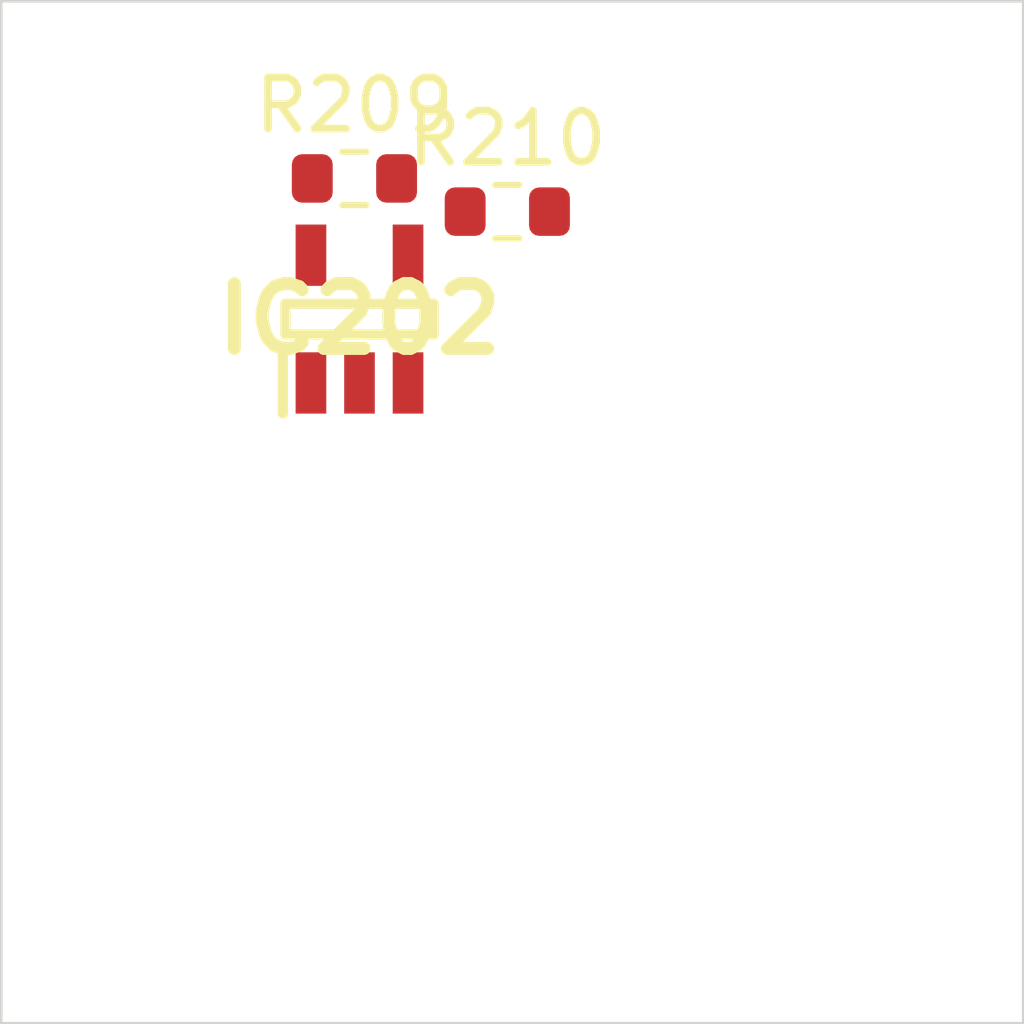
<source format=kicad_pcb>
 ( kicad_pcb  ( version 20171130 )
 ( host pcbnew 5.1.12-84ad8e8a86~92~ubuntu18.04.1 )
 ( general  ( thickness 1.6 )
 ( drawings 4 )
 ( tracks 0 )
 ( zones 0 )
 ( modules 3 )
 ( nets 5 )
)
 ( page A4 )
 ( layers  ( 0 F.Cu signal )
 ( 31 B.Cu signal )
 ( 32 B.Adhes user )
 ( 33 F.Adhes user )
 ( 34 B.Paste user )
 ( 35 F.Paste user )
 ( 36 B.SilkS user )
 ( 37 F.SilkS user )
 ( 38 B.Mask user )
 ( 39 F.Mask user )
 ( 40 Dwgs.User user )
 ( 41 Cmts.User user )
 ( 42 Eco1.User user )
 ( 43 Eco2.User user )
 ( 44 Edge.Cuts user )
 ( 45 Margin user )
 ( 46 B.CrtYd user )
 ( 47 F.CrtYd user )
 ( 48 B.Fab user )
 ( 49 F.Fab user )
)
 ( setup  ( last_trace_width 0.25 )
 ( trace_clearance 0.2 )
 ( zone_clearance 0.508 )
 ( zone_45_only no )
 ( trace_min 0.2 )
 ( via_size 0.8 )
 ( via_drill 0.4 )
 ( via_min_size 0.4 )
 ( via_min_drill 0.3 )
 ( uvia_size 0.3 )
 ( uvia_drill 0.1 )
 ( uvias_allowed no )
 ( uvia_min_size 0.2 )
 ( uvia_min_drill 0.1 )
 ( edge_width 0.05 )
 ( segment_width 0.2 )
 ( pcb_text_width 0.3 )
 ( pcb_text_size 1.5 1.5 )
 ( mod_edge_width 0.12 )
 ( mod_text_size 1 1 )
 ( mod_text_width 0.15 )
 ( pad_size 1.524 1.524 )
 ( pad_drill 0.762 )
 ( pad_to_mask_clearance 0 )
 ( aux_axis_origin 0 0 )
 ( visible_elements FFFFFF7F )
 ( pcbplotparams  ( layerselection 0x010fc_ffffffff )
 ( usegerberextensions false )
 ( usegerberattributes true )
 ( usegerberadvancedattributes true )
 ( creategerberjobfile true )
 ( excludeedgelayer true )
 ( linewidth 0.100000 )
 ( plotframeref false )
 ( viasonmask false )
 ( mode 1 )
 ( useauxorigin false )
 ( hpglpennumber 1 )
 ( hpglpenspeed 20 )
 ( hpglpendiameter 15.000000 )
 ( psnegative false )
 ( psa4output false )
 ( plotreference true )
 ( plotvalue true )
 ( plotinvisibletext false )
 ( padsonsilk false )
 ( subtractmaskfromsilk false )
 ( outputformat 1 )
 ( mirror false )
 ( drillshape 1 )
 ( scaleselection 1 )
 ( outputdirectory "" )
)
)
 ( net 0 "" )
 ( net 1 GND )
 ( net 2 VDDA )
 ( net 3 /Sheet6235D886/vp )
 ( net 4 "Net-(IC202-Pad3)" )
 ( net_class Default "This is the default net class."  ( clearance 0.2 )
 ( trace_width 0.25 )
 ( via_dia 0.8 )
 ( via_drill 0.4 )
 ( uvia_dia 0.3 )
 ( uvia_drill 0.1 )
 ( add_net /Sheet6235D886/vp )
 ( add_net GND )
 ( add_net "Net-(IC202-Pad3)" )
 ( add_net VDDA )
)
 ( module SOT95P280X145-5N locked  ( layer F.Cu )
 ( tedit 62336ED7 )
 ( tstamp 623423ED )
 ( at 87.010600 106.220000 90.000000 )
 ( descr DBV0005A )
 ( tags "Integrated Circuit" )
 ( path /6235D887/6266C08E )
 ( attr smd )
 ( fp_text reference IC202  ( at 0 0 )
 ( layer F.SilkS )
 ( effects  ( font  ( size 1.27 1.27 )
 ( thickness 0.254 )
)
)
)
 ( fp_text value TL071HIDBVR  ( at 0 0 )
 ( layer F.SilkS )
hide  ( effects  ( font  ( size 1.27 1.27 )
 ( thickness 0.254 )
)
)
)
 ( fp_line  ( start -1.85 -1.5 )
 ( end -0.65 -1.5 )
 ( layer F.SilkS )
 ( width 0.2 )
)
 ( fp_line  ( start -0.3 1.45 )
 ( end -0.3 -1.45 )
 ( layer F.SilkS )
 ( width 0.2 )
)
 ( fp_line  ( start 0.3 1.45 )
 ( end -0.3 1.45 )
 ( layer F.SilkS )
 ( width 0.2 )
)
 ( fp_line  ( start 0.3 -1.45 )
 ( end 0.3 1.45 )
 ( layer F.SilkS )
 ( width 0.2 )
)
 ( fp_line  ( start -0.3 -1.45 )
 ( end 0.3 -1.45 )
 ( layer F.SilkS )
 ( width 0.2 )
)
 ( fp_line  ( start -0.8 -0.5 )
 ( end 0.15 -1.45 )
 ( layer Dwgs.User )
 ( width 0.1 )
)
 ( fp_line  ( start -0.8 1.45 )
 ( end -0.8 -1.45 )
 ( layer Dwgs.User )
 ( width 0.1 )
)
 ( fp_line  ( start 0.8 1.45 )
 ( end -0.8 1.45 )
 ( layer Dwgs.User )
 ( width 0.1 )
)
 ( fp_line  ( start 0.8 -1.45 )
 ( end 0.8 1.45 )
 ( layer Dwgs.User )
 ( width 0.1 )
)
 ( fp_line  ( start -0.8 -1.45 )
 ( end 0.8 -1.45 )
 ( layer Dwgs.User )
 ( width 0.1 )
)
 ( fp_line  ( start -2.1 1.775 )
 ( end -2.1 -1.775 )
 ( layer Dwgs.User )
 ( width 0.05 )
)
 ( fp_line  ( start 2.1 1.775 )
 ( end -2.1 1.775 )
 ( layer Dwgs.User )
 ( width 0.05 )
)
 ( fp_line  ( start 2.1 -1.775 )
 ( end 2.1 1.775 )
 ( layer Dwgs.User )
 ( width 0.05 )
)
 ( fp_line  ( start -2.1 -1.775 )
 ( end 2.1 -1.775 )
 ( layer Dwgs.User )
 ( width 0.05 )
)
 ( pad 1 smd rect  ( at -1.25 -0.95 180.000000 )
 ( size 0.6 1.2 )
 ( layers F.Cu F.Mask F.Paste )
 ( net 3 /Sheet6235D886/vp )
)
 ( pad 2 smd rect  ( at -1.25 0 180.000000 )
 ( size 0.6 1.2 )
 ( layers F.Cu F.Mask F.Paste )
 ( net 1 GND )
)
 ( pad 3 smd rect  ( at -1.25 0.95 180.000000 )
 ( size 0.6 1.2 )
 ( layers F.Cu F.Mask F.Paste )
 ( net 4 "Net-(IC202-Pad3)" )
)
 ( pad 4 smd rect  ( at 1.25 0.95 180.000000 )
 ( size 0.6 1.2 )
 ( layers F.Cu F.Mask F.Paste )
 ( net 3 /Sheet6235D886/vp )
)
 ( pad 5 smd rect  ( at 1.25 -0.95 180.000000 )
 ( size 0.6 1.2 )
 ( layers F.Cu F.Mask F.Paste )
 ( net 2 VDDA )
)
)
 ( module Resistor_SMD:R_0603_1608Metric  ( layer F.Cu )
 ( tedit 5F68FEEE )
 ( tstamp 62342595 )
 ( at 86.911600 103.467000 )
 ( descr "Resistor SMD 0603 (1608 Metric), square (rectangular) end terminal, IPC_7351 nominal, (Body size source: IPC-SM-782 page 72, https://www.pcb-3d.com/wordpress/wp-content/uploads/ipc-sm-782a_amendment_1_and_2.pdf), generated with kicad-footprint-generator" )
 ( tags resistor )
 ( path /6235D887/623CDBD9 )
 ( attr smd )
 ( fp_text reference R209  ( at 0 -1.43 )
 ( layer F.SilkS )
 ( effects  ( font  ( size 1 1 )
 ( thickness 0.15 )
)
)
)
 ( fp_text value 100k  ( at 0 1.43 )
 ( layer F.Fab )
 ( effects  ( font  ( size 1 1 )
 ( thickness 0.15 )
)
)
)
 ( fp_line  ( start -0.8 0.4125 )
 ( end -0.8 -0.4125 )
 ( layer F.Fab )
 ( width 0.1 )
)
 ( fp_line  ( start -0.8 -0.4125 )
 ( end 0.8 -0.4125 )
 ( layer F.Fab )
 ( width 0.1 )
)
 ( fp_line  ( start 0.8 -0.4125 )
 ( end 0.8 0.4125 )
 ( layer F.Fab )
 ( width 0.1 )
)
 ( fp_line  ( start 0.8 0.4125 )
 ( end -0.8 0.4125 )
 ( layer F.Fab )
 ( width 0.1 )
)
 ( fp_line  ( start -0.237258 -0.5225 )
 ( end 0.237258 -0.5225 )
 ( layer F.SilkS )
 ( width 0.12 )
)
 ( fp_line  ( start -0.237258 0.5225 )
 ( end 0.237258 0.5225 )
 ( layer F.SilkS )
 ( width 0.12 )
)
 ( fp_line  ( start -1.48 0.73 )
 ( end -1.48 -0.73 )
 ( layer F.CrtYd )
 ( width 0.05 )
)
 ( fp_line  ( start -1.48 -0.73 )
 ( end 1.48 -0.73 )
 ( layer F.CrtYd )
 ( width 0.05 )
)
 ( fp_line  ( start 1.48 -0.73 )
 ( end 1.48 0.73 )
 ( layer F.CrtYd )
 ( width 0.05 )
)
 ( fp_line  ( start 1.48 0.73 )
 ( end -1.48 0.73 )
 ( layer F.CrtYd )
 ( width 0.05 )
)
 ( fp_text user %R  ( at 0 0 )
 ( layer F.Fab )
 ( effects  ( font  ( size 0.4 0.4 )
 ( thickness 0.06 )
)
)
)
 ( pad 1 smd roundrect  ( at -0.825 0 )
 ( size 0.8 0.95 )
 ( layers F.Cu F.Mask F.Paste )
 ( roundrect_rratio 0.25 )
 ( net 2 VDDA )
)
 ( pad 2 smd roundrect  ( at 0.825 0 )
 ( size 0.8 0.95 )
 ( layers F.Cu F.Mask F.Paste )
 ( roundrect_rratio 0.25 )
 ( net 4 "Net-(IC202-Pad3)" )
)
 ( model ${KISYS3DMOD}/Resistor_SMD.3dshapes/R_0603_1608Metric.wrl  ( at  ( xyz 0 0 0 )
)
 ( scale  ( xyz 1 1 1 )
)
 ( rotate  ( xyz 0 0 0 )
)
)
)
 ( module Resistor_SMD:R_0603_1608Metric  ( layer F.Cu )
 ( tedit 5F68FEEE )
 ( tstamp 623425A6 )
 ( at 89.903600 104.117000 )
 ( descr "Resistor SMD 0603 (1608 Metric), square (rectangular) end terminal, IPC_7351 nominal, (Body size source: IPC-SM-782 page 72, https://www.pcb-3d.com/wordpress/wp-content/uploads/ipc-sm-782a_amendment_1_and_2.pdf), generated with kicad-footprint-generator" )
 ( tags resistor )
 ( path /6235D887/623CDBDF )
 ( attr smd )
 ( fp_text reference R210  ( at 0 -1.43 )
 ( layer F.SilkS )
 ( effects  ( font  ( size 1 1 )
 ( thickness 0.15 )
)
)
)
 ( fp_text value 100k  ( at 0 1.43 )
 ( layer F.Fab )
 ( effects  ( font  ( size 1 1 )
 ( thickness 0.15 )
)
)
)
 ( fp_line  ( start 1.48 0.73 )
 ( end -1.48 0.73 )
 ( layer F.CrtYd )
 ( width 0.05 )
)
 ( fp_line  ( start 1.48 -0.73 )
 ( end 1.48 0.73 )
 ( layer F.CrtYd )
 ( width 0.05 )
)
 ( fp_line  ( start -1.48 -0.73 )
 ( end 1.48 -0.73 )
 ( layer F.CrtYd )
 ( width 0.05 )
)
 ( fp_line  ( start -1.48 0.73 )
 ( end -1.48 -0.73 )
 ( layer F.CrtYd )
 ( width 0.05 )
)
 ( fp_line  ( start -0.237258 0.5225 )
 ( end 0.237258 0.5225 )
 ( layer F.SilkS )
 ( width 0.12 )
)
 ( fp_line  ( start -0.237258 -0.5225 )
 ( end 0.237258 -0.5225 )
 ( layer F.SilkS )
 ( width 0.12 )
)
 ( fp_line  ( start 0.8 0.4125 )
 ( end -0.8 0.4125 )
 ( layer F.Fab )
 ( width 0.1 )
)
 ( fp_line  ( start 0.8 -0.4125 )
 ( end 0.8 0.4125 )
 ( layer F.Fab )
 ( width 0.1 )
)
 ( fp_line  ( start -0.8 -0.4125 )
 ( end 0.8 -0.4125 )
 ( layer F.Fab )
 ( width 0.1 )
)
 ( fp_line  ( start -0.8 0.4125 )
 ( end -0.8 -0.4125 )
 ( layer F.Fab )
 ( width 0.1 )
)
 ( fp_text user %R  ( at 0 0 )
 ( layer F.Fab )
 ( effects  ( font  ( size 0.4 0.4 )
 ( thickness 0.06 )
)
)
)
 ( pad 2 smd roundrect  ( at 0.825 0 )
 ( size 0.8 0.95 )
 ( layers F.Cu F.Mask F.Paste )
 ( roundrect_rratio 0.25 )
 ( net 1 GND )
)
 ( pad 1 smd roundrect  ( at -0.825 0 )
 ( size 0.8 0.95 )
 ( layers F.Cu F.Mask F.Paste )
 ( roundrect_rratio 0.25 )
 ( net 4 "Net-(IC202-Pad3)" )
)
 ( model ${KISYS3DMOD}/Resistor_SMD.3dshapes/R_0603_1608Metric.wrl  ( at  ( xyz 0 0 0 )
)
 ( scale  ( xyz 1 1 1 )
)
 ( rotate  ( xyz 0 0 0 )
)
)
)
 ( gr_line  ( start 100 100 )
 ( end 100 120 )
 ( layer Edge.Cuts )
 ( width 0.05 )
 ( tstamp 62E770C4 )
)
 ( gr_line  ( start 80 120 )
 ( end 100 120 )
 ( layer Edge.Cuts )
 ( width 0.05 )
 ( tstamp 62E770C0 )
)
 ( gr_line  ( start 80 100 )
 ( end 100 100 )
 ( layer Edge.Cuts )
 ( width 0.05 )
 ( tstamp 6234110C )
)
 ( gr_line  ( start 80 100 )
 ( end 80 120 )
 ( layer Edge.Cuts )
 ( width 0.05 )
)
)

</source>
